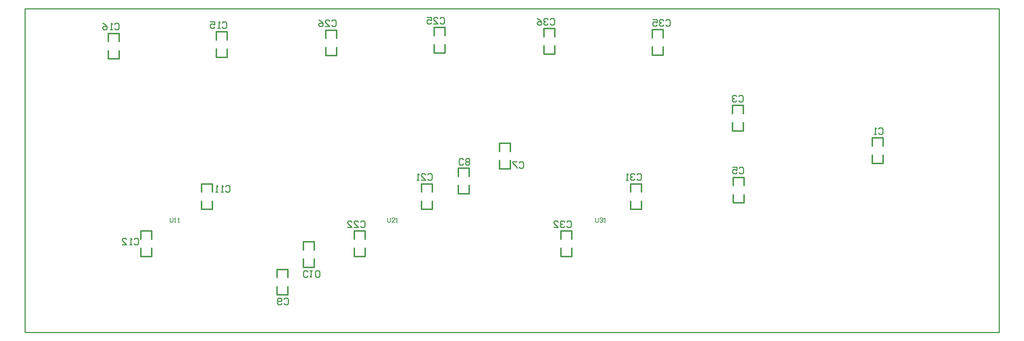
<source format=gbo>
G04*
G04 #@! TF.GenerationSoftware,Altium Limited,Altium Designer,18.0.9 (584)*
G04*
G04 Layer_Color=32896*
%FSLAX43Y43*%
%MOMM*%
G71*
G01*
G75*
%ADD10C,0.254*%
%ADD15C,0.305*%
%ADD16C,0.178*%
D10*
X72035Y73177D02*
X72289Y73431D01*
X72796D01*
X73050Y73177D01*
Y72161D01*
X72796Y71907D01*
X72289D01*
X72035Y72161D01*
X70511Y71907D02*
X71527D01*
X70511Y72923D01*
Y73177D01*
X70765Y73431D01*
X71273D01*
X71527Y73177D01*
X68988Y73431D02*
X69496Y73177D01*
X70003Y72669D01*
Y72161D01*
X69749Y71907D01*
X69242D01*
X68988Y72161D01*
Y72415D01*
X69242Y72669D01*
X70003D01*
X97435Y73812D02*
X97689Y74066D01*
X98196D01*
X98450Y73812D01*
Y72796D01*
X98196Y72542D01*
X97689D01*
X97435Y72796D01*
X95911Y72542D02*
X96927D01*
X95911Y73558D01*
Y73812D01*
X96165Y74066D01*
X96673D01*
X96927Y73812D01*
X94388Y74066D02*
X95403D01*
Y73304D01*
X94896Y73558D01*
X94642D01*
X94388Y73304D01*
Y72796D01*
X94642Y72542D01*
X95149D01*
X95403Y72796D01*
X21108Y72415D02*
X21362Y72669D01*
X21869D01*
X22123Y72415D01*
Y71399D01*
X21869Y71145D01*
X21362D01*
X21108Y71399D01*
X20600Y71145D02*
X20092D01*
X20346D01*
Y72669D01*
X20600Y72415D01*
X18315Y72669D02*
X18822Y72415D01*
X19330Y71907D01*
Y71399D01*
X19076Y71145D01*
X18569D01*
X18315Y71399D01*
Y71653D01*
X18569Y71907D01*
X19330D01*
X46381Y72796D02*
X46635Y73050D01*
X47142D01*
X47396Y72796D01*
Y71780D01*
X47142Y71526D01*
X46635D01*
X46381Y71780D01*
X45873Y71526D02*
X45365D01*
X45619D01*
Y73050D01*
X45873Y72796D01*
X43588Y73050D02*
X44603D01*
Y72288D01*
X44095Y72542D01*
X43842D01*
X43588Y72288D01*
Y71780D01*
X43842Y71526D01*
X44349D01*
X44603Y71780D01*
X66421Y13335D02*
X66167Y13081D01*
X65659D01*
X65405Y13335D01*
Y14351D01*
X65659Y14605D01*
X66167D01*
X66421Y14351D01*
X66929Y14605D02*
X67436D01*
X67182D01*
Y13081D01*
X66929Y13335D01*
X68198D02*
X68452Y13081D01*
X68960D01*
X69214Y13335D01*
Y14351D01*
X68960Y14605D01*
X68452D01*
X68198Y14351D01*
Y13335D01*
X60833Y7874D02*
X61087Y8128D01*
X61595D01*
X61849Y7874D01*
Y6858D01*
X61595Y6604D01*
X61087D01*
X60833Y6858D01*
X60325D02*
X60072Y6604D01*
X59564D01*
X59310Y6858D01*
Y7874D01*
X59564Y8128D01*
X60072D01*
X60325Y7874D01*
Y7620D01*
X60072Y7366D01*
X59310D01*
X123216Y73558D02*
X123470Y73812D01*
X123977D01*
X124231Y73558D01*
Y72542D01*
X123977Y72288D01*
X123470D01*
X123216Y72542D01*
X122708Y73558D02*
X122454Y73812D01*
X121946D01*
X121692Y73558D01*
Y73304D01*
X121946Y73050D01*
X122200D01*
X121946D01*
X121692Y72796D01*
Y72542D01*
X121946Y72288D01*
X122454D01*
X122708Y72542D01*
X120169Y73812D02*
X120677Y73558D01*
X121184Y73050D01*
Y72542D01*
X120930Y72288D01*
X120423D01*
X120169Y72542D01*
Y72796D01*
X120423Y73050D01*
X121184D01*
X150343Y73304D02*
X150597Y73558D01*
X151105D01*
X151359Y73304D01*
Y72288D01*
X151105Y72034D01*
X150597D01*
X150343Y72288D01*
X149835Y73304D02*
X149581Y73558D01*
X149073D01*
X148819Y73304D01*
Y73050D01*
X149073Y72796D01*
X149327D01*
X149073D01*
X148819Y72542D01*
Y72288D01*
X149073Y72034D01*
X149581D01*
X149835Y72288D01*
X147296Y73558D02*
X148312D01*
Y72796D01*
X147804Y73050D01*
X147550D01*
X147296Y72796D01*
Y72288D01*
X147550Y72034D01*
X148058D01*
X148312Y72288D01*
X102870Y39624D02*
X102616Y39370D01*
X102108D01*
X101854Y39624D01*
Y40640D01*
X102108Y40894D01*
X102616D01*
X102870Y40640D01*
X103378Y39624D02*
X103631Y39370D01*
X104139D01*
X104393Y39624D01*
Y39878D01*
X104139Y40132D01*
X104393Y40386D01*
Y40640D01*
X104139Y40894D01*
X103631D01*
X103378Y40640D01*
Y40386D01*
X103631Y40132D01*
X103378Y39878D01*
Y39624D01*
X103631Y40132D02*
X104139D01*
X115951Y39878D02*
X116205Y40132D01*
X116713D01*
X116967Y39878D01*
Y38862D01*
X116713Y38608D01*
X116205D01*
X115951Y38862D01*
X115443Y40132D02*
X114428D01*
Y39878D01*
X115443Y38862D01*
Y38608D01*
X127153Y26060D02*
X127407Y26314D01*
X127914D01*
X128168Y26060D01*
Y25044D01*
X127914Y24790D01*
X127407D01*
X127153Y25044D01*
X126645Y26060D02*
X126391Y26314D01*
X125883D01*
X125629Y26060D01*
Y25806D01*
X125883Y25552D01*
X126137D01*
X125883D01*
X125629Y25298D01*
Y25044D01*
X125883Y24790D01*
X126391D01*
X126645Y25044D01*
X124106Y24790D02*
X125121D01*
X124106Y25806D01*
Y26060D01*
X124360Y26314D01*
X124867D01*
X125121Y26060D01*
X143536Y37109D02*
X143790Y37363D01*
X144297D01*
X144551Y37109D01*
Y36093D01*
X144297Y35839D01*
X143790D01*
X143536Y36093D01*
X143028Y37109D02*
X142774Y37363D01*
X142266D01*
X142012Y37109D01*
Y36855D01*
X142266Y36601D01*
X142520D01*
X142266D01*
X142012Y36347D01*
Y36093D01*
X142266Y35839D01*
X142774D01*
X143028Y36093D01*
X141504Y35839D02*
X140997D01*
X141250D01*
Y37363D01*
X141504Y37109D01*
X78766Y26060D02*
X79020Y26314D01*
X79527D01*
X79781Y26060D01*
Y25044D01*
X79527Y24790D01*
X79020D01*
X78766Y25044D01*
X77242Y24790D02*
X78258D01*
X77242Y25806D01*
Y26060D01*
X77496Y26314D01*
X78004D01*
X78258Y26060D01*
X75719Y24790D02*
X76734D01*
X75719Y25806D01*
Y26060D01*
X75973Y26314D01*
X76480D01*
X76734Y26060D01*
X94514Y37109D02*
X94768Y37363D01*
X95275D01*
X95529Y37109D01*
Y36093D01*
X95275Y35839D01*
X94768D01*
X94514Y36093D01*
X92990Y35839D02*
X94006D01*
X92990Y36855D01*
Y37109D01*
X93244Y37363D01*
X93752D01*
X94006Y37109D01*
X92482Y35839D02*
X91975D01*
X92228D01*
Y37363D01*
X92482Y37109D01*
X25654Y21971D02*
X25908Y22225D01*
X26416D01*
X26670Y21971D01*
Y20955D01*
X26416Y20701D01*
X25908D01*
X25654Y20955D01*
X25146Y20701D02*
X24639D01*
X24893D01*
Y22225D01*
X25146Y21971D01*
X22861Y20701D02*
X23877D01*
X22861Y21717D01*
Y21971D01*
X23115Y22225D01*
X23623D01*
X23877Y21971D01*
X47117Y34290D02*
X47371Y34544D01*
X47879D01*
X48133Y34290D01*
Y33274D01*
X47879Y33020D01*
X47371D01*
X47117Y33274D01*
X46609Y33020D02*
X46102D01*
X46356D01*
Y34544D01*
X46609Y34290D01*
X45340Y33020D02*
X44832D01*
X45086D01*
Y34544D01*
X45340Y34290D01*
X167539Y38633D02*
X167793Y38887D01*
X168300D01*
X168554Y38633D01*
Y37617D01*
X168300Y37363D01*
X167793D01*
X167539Y37617D01*
X166015Y38887D02*
X167031D01*
Y38125D01*
X166523Y38379D01*
X166269D01*
X166015Y38125D01*
Y37617D01*
X166269Y37363D01*
X166777D01*
X167031Y37617D01*
X167412Y55524D02*
X167666Y55778D01*
X168173D01*
X168427Y55524D01*
Y54508D01*
X168173Y54254D01*
X167666D01*
X167412Y54508D01*
X166904Y55524D02*
X166650Y55778D01*
X166142D01*
X165888Y55524D01*
Y55270D01*
X166142Y55016D01*
X166396D01*
X166142D01*
X165888Y54762D01*
Y54508D01*
X166142Y54254D01*
X166650D01*
X166904Y54508D01*
X200178Y47904D02*
X200432Y48158D01*
X200939D01*
X201193Y47904D01*
Y46888D01*
X200939Y46634D01*
X200432D01*
X200178Y46888D01*
X199670Y46634D02*
X199162D01*
X199416D01*
Y48158D01*
X199670Y47904D01*
X127Y76073D02*
X127Y127D01*
X228473D01*
X228473Y76073D02*
X228473Y127D01*
X127Y76073D02*
X228473D01*
D15*
X67945Y15367D02*
Y17272D01*
X65405Y15367D02*
Y17272D01*
Y19431D02*
Y21336D01*
X67945Y19431D02*
Y21336D01*
X65405Y15367D02*
X67945D01*
X65405Y21336D02*
X67945D01*
X121793Y69469D02*
Y71374D01*
X124333Y69469D02*
Y71374D01*
Y65405D02*
Y67310D01*
X121793Y65405D02*
Y67310D01*
Y71374D02*
X124333D01*
X121793Y65405D02*
X124333D01*
X147193Y69215D02*
Y71120D01*
X149733Y69215D02*
Y71120D01*
Y65151D02*
Y67056D01*
X147193Y65151D02*
Y67056D01*
Y71120D02*
X149733D01*
X147193Y65151D02*
X149733D01*
X128270Y17907D02*
Y19812D01*
X125730Y17907D02*
Y19812D01*
Y21971D02*
Y23876D01*
X128270Y21971D02*
Y23876D01*
X125730Y17907D02*
X128270D01*
X125730Y23876D02*
X128270D01*
X142113Y33020D02*
Y34925D01*
X144653Y33020D02*
Y34925D01*
Y28956D02*
Y30861D01*
X142113Y28956D02*
Y30861D01*
Y34925D02*
X144653D01*
X142113Y28956D02*
X144653D01*
X70612Y69088D02*
Y70993D01*
X73152Y69088D02*
Y70993D01*
Y65024D02*
Y66929D01*
X70612Y65024D02*
Y66929D01*
Y70993D02*
X73152D01*
X70612Y65024D02*
X73152D01*
X96012Y69723D02*
Y71628D01*
X98552Y69723D02*
Y71628D01*
Y65659D02*
Y67564D01*
X96012Y65659D02*
Y67564D01*
Y71628D02*
X98552D01*
X96012Y65659D02*
X98552D01*
X79883Y17907D02*
Y19812D01*
X77343Y17907D02*
Y19812D01*
Y21971D02*
Y23876D01*
X79883Y21971D02*
Y23876D01*
X77343Y17907D02*
X79883D01*
X77343Y23876D02*
X79883D01*
X93091Y33020D02*
Y34925D01*
X95631Y33020D02*
Y34925D01*
Y28956D02*
Y30861D01*
X93091Y28956D02*
Y30861D01*
Y34925D02*
X95631D01*
X93091Y28956D02*
X95631D01*
X19685Y68326D02*
Y70231D01*
X22225Y68326D02*
Y70231D01*
Y64262D02*
Y66167D01*
X19685Y64262D02*
Y66167D01*
Y70231D02*
X22225D01*
X19685Y64262D02*
X22225D01*
X44958Y68707D02*
Y70612D01*
X47498Y68707D02*
Y70612D01*
Y64643D02*
Y66548D01*
X44958Y64643D02*
Y66548D01*
Y70612D02*
X47498D01*
X44958Y64643D02*
X47498D01*
X29845Y17907D02*
Y19812D01*
X27305Y17907D02*
Y19812D01*
Y21971D02*
Y23876D01*
X29845Y21971D02*
Y23876D01*
X27305Y17907D02*
X29845D01*
X27305Y23876D02*
X29845D01*
X41529Y33020D02*
Y34925D01*
X44069Y33020D02*
Y34925D01*
Y28956D02*
Y30861D01*
X41529Y28956D02*
Y30861D01*
Y34925D02*
X44069D01*
X41529Y28956D02*
X44069D01*
X61722Y8890D02*
Y10795D01*
X59182Y8890D02*
Y10795D01*
Y12954D02*
Y14859D01*
X61722Y12954D02*
Y14859D01*
X59182Y8890D02*
X61722D01*
X59182Y14859D02*
X61722D01*
X101727Y36703D02*
Y38608D01*
X104267Y36703D02*
Y38608D01*
Y32639D02*
Y34544D01*
X101727Y32639D02*
Y34544D01*
Y38608D02*
X104267D01*
X101727Y32639D02*
X104267D01*
X111379Y42545D02*
Y44450D01*
X113919Y42545D02*
Y44450D01*
Y38481D02*
Y40386D01*
X111379Y38481D02*
Y40386D01*
Y44450D02*
X113919D01*
X111379Y38481D02*
X113919D01*
X168656Y30480D02*
Y32385D01*
X166116Y30480D02*
Y32385D01*
Y34544D02*
Y36449D01*
X168656Y34544D02*
Y36449D01*
X166116Y30480D02*
X168656D01*
X166116Y36449D02*
X168656D01*
X168529Y47371D02*
Y49276D01*
X165989Y47371D02*
Y49276D01*
Y51435D02*
Y53340D01*
X168529Y51435D02*
Y53340D01*
X165989Y47371D02*
X168529D01*
X165989Y53340D02*
X168529D01*
X201295Y39751D02*
Y41656D01*
X198755Y39751D02*
Y41656D01*
Y43815D02*
Y45720D01*
X201295Y43815D02*
Y45720D01*
X198755Y39751D02*
X201295D01*
X198755Y45720D02*
X201295D01*
D16*
X34163Y26924D02*
Y26077D01*
X34332Y25908D01*
X34671D01*
X34840Y26077D01*
Y26924D01*
X35179Y25908D02*
X35517D01*
X35348D01*
Y26924D01*
X35179Y26754D01*
X36025Y25908D02*
X36364D01*
X36194D01*
Y26924D01*
X36025Y26754D01*
X85090Y26924D02*
Y26077D01*
X85259Y25908D01*
X85598D01*
X85767Y26077D01*
Y26924D01*
X86783Y25908D02*
X86106D01*
X86783Y26585D01*
Y26754D01*
X86614Y26924D01*
X86275D01*
X86106Y26754D01*
X87121Y25908D02*
X87460D01*
X87291D01*
Y26924D01*
X87121Y26754D01*
X133858Y26924D02*
Y26077D01*
X134027Y25908D01*
X134366D01*
X134535Y26077D01*
Y26924D01*
X134874Y26754D02*
X135043Y26924D01*
X135382D01*
X135551Y26754D01*
Y26585D01*
X135382Y26416D01*
X135212D01*
X135382D01*
X135551Y26247D01*
Y26077D01*
X135382Y25908D01*
X135043D01*
X134874Y26077D01*
X135889Y25908D02*
X136228D01*
X136059D01*
Y26924D01*
X135889Y26754D01*
M02*

</source>
